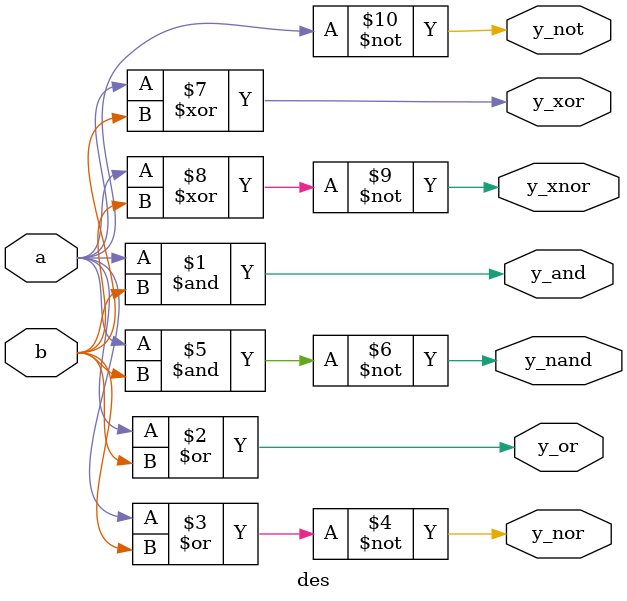
<source format=v>
module des(a, b, y_and, y_or, y_nor, y_nand, y_xor, y_not, y_xnor);
    input a,b;
    output y_and, y_or, y_nor, y_nand, y_xor, y_not, y_xnor;

    and A1(y_and, a, b);
    or A2(y_or, a, b);

    nor A3(y_nor, a, b);
    nand A4(y_nand, a, b);

    xor A5(y_xor, a, b);
    xnor A6(y_xnor, a, b);

    not A7(y_not, a);

endmodule

</source>
